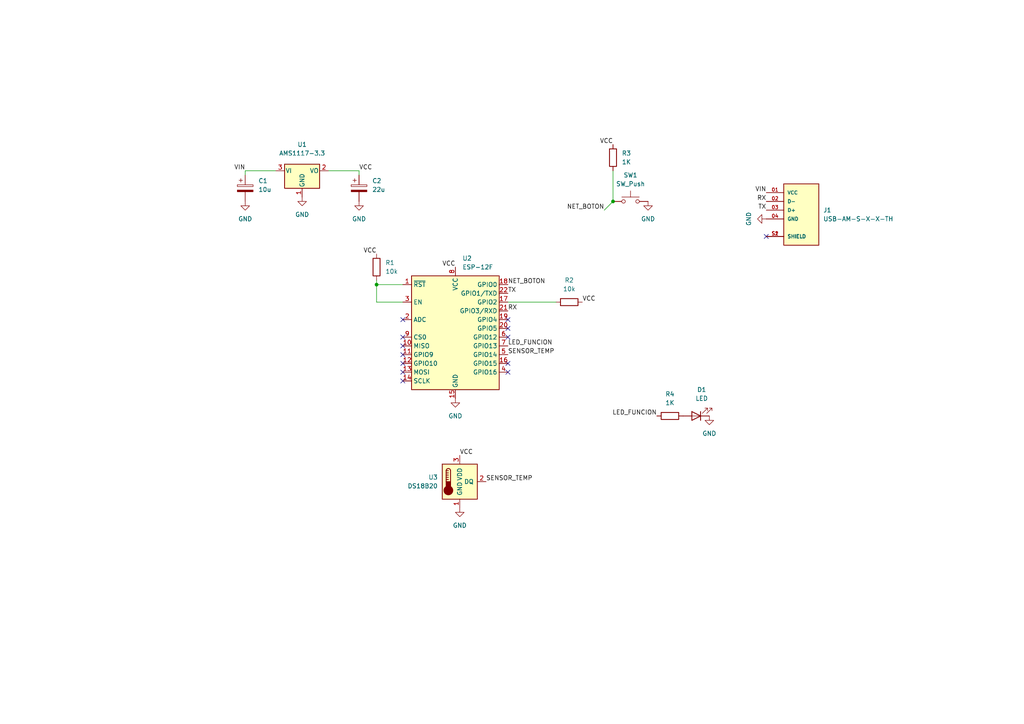
<source format=kicad_sch>
(kicad_sch (version 20211123) (generator eeschema)
  (paper "A4")
  (lib_symbols
    (symbol "Device:C_Polarized" (pin_numbers hide) (pin_names (offset 0.254))
      (property "Reference" "C" (at 0.635 2.54 0))
      (property "Value" "C_Polarized" (at 0.635 -2.54 0))
      (symbol "C_Polarized_0_1"
        (rectangle (start -2.286 0.508) (end 2.286 1.016))
        (polyline (pts (xy -1.778 2.286) (xy -0.762 2.286)))
        (polyline (pts (xy -1.27 2.794) (xy -1.27 1.778)))
        (rectangle (start 2.286 -0.508) (end -2.286 -1.016) (fill (type outline)))
      )
      (symbol "C_Polarized_1_1"
        (pin passive line (at 0 3.81 270) (length 2.794) (name "~") (number "1"))
        (pin passive line (at 0 -3.81 90) (length 2.794) (name "~") (number "2"))
      )
    )
    (symbol "Device:LED" (pin_numbers hide) (pin_names (offset 1.016) hide)
      (property "Reference" "D" (at 0 2.54 0))
      (property "Value" "LED" (at 0 -2.54 0))
      (symbol "LED_0_1"
        (polyline (pts (xy -1.27 -1.27) (xy -1.27 1.27)) (stroke (width 0.254)))
        (polyline (pts (xy -1.27 0) (xy 1.27 0)))
        (polyline (pts (xy 1.27 -1.27) (xy 1.27 1.27) (xy -1.27 0) (xy 1.27 -1.27)) (stroke (width 0.254)))
        (polyline (pts (xy -3.048 -0.762) (xy -4.572 -2.286) (xy -3.81 -2.286) (xy -4.572 -2.286) (xy -4.572 -1.524)))
        (polyline (pts (xy -1.778 -0.762) (xy -3.302 -2.286) (xy -2.54 -2.286) (xy -3.302 -2.286) (xy -3.302 -1.524)))
      )
      (symbol "LED_1_1"
        (pin passive line (at -3.81 0 0) (length 2.54) (name "K") (number "1"))
        (pin passive line (at 3.81 0 180) (length 2.54) (name "A") (number "2"))
      )
    )
    (symbol "Device:R" (pin_numbers hide) (pin_names (offset 0))
      (property "Reference" "R" (at 2.032 0 90))
      (property "Value" "R" (at 0 0 90))
      (symbol "R_0_1"
        (rectangle (start -1.016 -2.54) (end 1.016 2.54) (stroke (width 0.254)))
      )
      (symbol "R_1_1"
        (pin passive line (at 0 3.81 270) (length 1.27) (name "~") (number "1"))
        (pin passive line (at 0 -3.81 90) (length 1.27) (name "~") (number "2"))
      )
    )
    (symbol "RF_Module:ESP-12F"
      (property "Reference" "U" (at -12.7 19.05 0))
      (property "Value" "ESP-12F" (at 12.7 19.05 0))
      (symbol "ESP-12F_0_1"
        (rectangle (start -12.7 17.78) (end 12.7 -15.24) (stroke (width 0.254)) (fill (type background)))
      )
      (symbol "ESP-12F_1_1"
        (pin input line (at -15.24 15.24 0) (length 2.54) (name "~{RST}") (number "1"))
        (pin bidirectional line (at -15.24 -2.54 0) (length 2.54) (name "MISO") (number "10"))
        (pin bidirectional line (at -15.24 -5.08 0) (length 2.54) (name "GPIO9") (number "11"))
        (pin bidirectional line (at -15.24 -7.62 0) (length 2.54) (name "GPIO10") (number "12"))
        (pin bidirectional line (at -15.24 -10.16 0) (length 2.54) (name "MOSI") (number "13"))
        (pin bidirectional line (at -15.24 -12.7 0) (length 2.54) (name "SCLK") (number "14"))
        (pin power_in line (at 0 -17.78 90) (length 2.54) (name "GND") (number "15"))
        (pin bidirectional line (at 15.24 -7.62 180) (length 2.54) (name "GPIO15") (number "16"))
        (pin bidirectional line (at 15.24 10.16 180) (length 2.54) (name "GPIO2") (number "17"))
        (pin bidirectional line (at 15.24 15.24 180) (length 2.54) (name "GPIO0") (number "18"))
        (pin bidirectional line (at 15.24 5.08 180) (length 2.54) (name "GPIO4") (number "19"))
        (pin input line (at -15.24 5.08 0) (length 2.54) (name "ADC") (number "2"))
        (pin bidirectional line (at 15.24 2.54 180) (length 2.54) (name "GPIO5") (number "20"))
        (pin bidirectional line (at 15.24 7.62 180) (length 2.54) (name "GPIO3/RXD") (number "21"))
        (pin bidirectional line (at 15.24 12.7 180) (length 2.54) (name "GPIO1/TXD") (number "22"))
        (pin input line (at -15.24 10.16 0) (length 2.54) (name "EN") (number "3"))
        (pin bidirectional line (at 15.24 -10.16 180) (length 2.54) (name "GPIO16") (number "4"))
        (pin bidirectional line (at 15.24 -5.08 180) (length 2.54) (name "GPIO14") (number "5"))
        (pin bidirectional line (at 15.24 0 180) (length 2.54) (name "GPIO12") (number "6"))
        (pin bidirectional line (at 15.24 -2.54 180) (length 2.54) (name "GPIO13") (number "7"))
        (pin power_in line (at 0 20.32 270) (length 2.54) (name "VCC") (number "8"))
        (pin input line (at -15.24 0 0) (length 2.54) (name "CS0") (number "9"))
      )
    )
    (symbol "Regulator_Linear:AMS1117-3.3" (pin_names (offset 0.254))
      (property "Reference" "U" (at -3.81 3.175 0))
      (property "Value" "AMS1117-3.3" (at 0 3.175 0))
      (symbol "AMS1117-3.3_0_1"
        (rectangle (start -5.08 -5.08) (end 5.08 1.905) (stroke (width 0.254)) (fill (type background)))
      )
      (symbol "AMS1117-3.3_1_1"
        (pin power_in line (at 0 -7.62 90) (length 2.54) (name "GND") (number "1"))
        (pin power_out line (at 7.62 0 180) (length 2.54) (name "VO") (number "2"))
        (pin power_in line (at -7.62 0 0) (length 2.54) (name "VI") (number "3"))
      )
    )
    (symbol "Sensor_Temperature:DS18B20" (pin_names (offset 1.016))
      (property "Reference" "U" (at -3.81 6.35 0))
      (property "Value" "DS18B20" (at 6.35 6.35 0))
      (symbol "DS18B20_0_1"
        (rectangle (start -5.08 5.08) (end 5.08 -5.08) (stroke (width 0.254)) (fill (type background)))
        (circle (center -3.302 -2.54) (radius 1.27) (stroke (width 0.254)) (fill (type outline)))
        (rectangle (start -2.667 -1.905) (end -3.937 0) (stroke (width 0.254)) (fill (type outline)))
        (arc (start -2.667 3.175) (mid -3.302 3.81) (end -3.937 3.175) (stroke (width 0.254)))
        (polyline (pts (xy -3.937 0.635) (xy -3.302 0.635)) (stroke (width 0.254)))
        (polyline (pts (xy -3.937 1.27) (xy -3.302 1.27)) (stroke (width 0.254)))
        (polyline (pts (xy -3.937 1.905) (xy -3.302 1.905)) (stroke (width 0.254)))
        (polyline (pts (xy -3.937 2.54) (xy -3.302 2.54)) (stroke (width 0.254)))
        (polyline (pts (xy -3.937 3.175) (xy -3.937 0)) (stroke (width 0.254)))
        (polyline (pts (xy -3.937 3.175) (xy -3.302 3.175)) (stroke (width 0.254)))
        (polyline (pts (xy -2.667 3.175) (xy -2.667 0)) (stroke (width 0.254)))
      )
      (symbol "DS18B20_1_1"
        (pin power_in line (at 0 -7.62 90) (length 2.54) (name "GND") (number "1"))
        (pin bidirectional line (at 7.62 0 180) (length 2.54) (name "DQ") (number "2"))
        (pin power_in line (at 0 7.62 270) (length 2.54) (name "VDD") (number "3"))
      )
    )
    (symbol "Switch:SW_Push" (pin_numbers hide) (pin_names (offset 1.016) hide)
      (property "Reference" "SW" (at 1.27 2.54 0))
      (property "Value" "SW_Push" (at 0 -1.524 0))
      (symbol "SW_Push_0_1"
        (circle (center -2.032 0) (radius 0.508))
        (polyline (pts (xy 0 1.27) (xy 0 3.048)))
        (polyline (pts (xy 2.54 1.27) (xy -2.54 1.27)))
        (circle (center 2.032 0) (radius 0.508))
        (pin passive line (at -5.08 0 0) (length 2.54) (name "1") (number "1"))
        (pin passive line (at 5.08 0 180) (length 2.54) (name "2") (number "2"))
      )
    )
    (symbol "USB-AM-S-X-X-TH:USB-AM-S-X-X-TH" (pin_names (offset 1.016))
      (property "Reference" "J" (at -5.08 8.89 0))
      (property "Value" "USB-AM-S-X-X-TH" (at -5.08 -12.7 0))
      (symbol "USB-AM-S-X-X-TH_0_0"
        (rectangle (start -5.08 -10.16) (end 5.08 7.62) (stroke (width 0.254)) (fill (type background)))
        (pin power_in line (at -10.16 5.08 0) (length 5.08) (name "VCC") (number "01"))
        (pin bidirectional line (at -10.16 2.54 0) (length 5.08) (name "D-") (number "02"))
        (pin bidirectional line (at -10.16 0 0) (length 5.08) (name "D+") (number "03"))
        (pin power_in line (at -10.16 -2.54 0) (length 5.08) (name "GND") (number "04"))
        (pin passive line (at -10.16 -7.62 0) (length 5.08) (name "SHIELD") (number "S1"))
        (pin passive line (at -10.16 -7.62 0) (length 5.08) (name "SHIELD") (number "S2"))
      )
    )
    (symbol "power:GND" (power) (pin_names (offset 0))
      (property "Value" "GND" (at 0 -3.81 0))
      (symbol "GND_0_1"
        (polyline (pts (xy 0 0) (xy 0 -1.27) (xy 1.27 -1.27) (xy 0 -2.54) (xy -1.27 -1.27) (xy 0 -1.27)))
      )
      (symbol "GND_1_1"
        (pin power_in line (at 0 0 270) (length 0) hide (name "GND") (number "1"))
      )
    )
  )
  (junction (at 109.22 82.55))
  (junction (at 177.8 58.42))
  (no_connect (at 222.25 68.58))
  (no_connect (at 147.32 92.71))
  (no_connect (at 147.32 107.95))
  (no_connect (at 147.32 105.41))
  (no_connect (at 147.32 97.79))
  (no_connect (at 147.32 95.25))
  (no_connect (at 116.84 110.49))
  (no_connect (at 116.84 107.95))
  (no_connect (at 116.84 105.41))
  (no_connect (at 116.84 102.87))
  (no_connect (at 116.84 100.33))
  (no_connect (at 116.84 97.79))
  (no_connect (at 116.84 92.71))
  (wire (pts (xy 104.14 49.53) (xy 104.14 50.8)))
  (wire (pts (xy 116.84 87.63) (xy 109.22 87.63)))
  (wire (pts (xy 109.22 87.63) (xy 109.22 82.55)))
  (wire (pts (xy 147.32 87.63) (xy 161.29 87.63)))
  (wire (pts (xy 95.25 49.53) (xy 104.14 49.53)))
  (wire (pts (xy 177.8 49.53) (xy 177.8 58.42)))
  (wire (pts (xy 116.84 82.55) (xy 109.22 82.55)))
  (wire (pts (xy 109.22 82.55) (xy 109.22 81.28)))
  (wire (pts (xy 175.26 60.96) (xy 177.8 58.42)))
  (wire (pts (xy 71.12 49.53) (xy 71.12 50.8)))
  (wire (pts (xy 80.01 49.53) (xy 71.12 49.53)))
  (label "RX" (at 222.25 58.42 180))
  (label "LED_FUNCION" (at 190.5 120.65 180))
  (label "VCC" (at 132.08 77.47 180))
  (label "SENSOR_TEMP" (at 147.32 102.87 0))
  (label "VCC" (at 109.22 73.66 180))
  (label "NET_BOTON" (at 147.32 82.55 0))
  (label "RX" (at 147.32 90.17 0))
  (label "NET_BOTON" (at 175.26 60.96 180))
  (label "VCC" (at 168.91 87.63 0))
  (label "VCC" (at 133.35 132.08 0))
  (label "LED_FUNCION" (at 147.32 100.33 0))
  (label "TX" (at 222.25 60.96 180))
  (label "VCC" (at 177.8 41.91 180))
  (label "VIN" (at 222.25 55.88 180))
  (label "SENSOR_TEMP" (at 140.97 139.7 0))
  (label "VCC" (at 104.14 49.53 0))
  (label "TX" (at 147.32 85.09 0))
  (label "VIN" (at 71.12 49.53 180))
  (symbol (lib_id "Device:LED") (at 201.93 120.65 180) (unit 1)
    (property "Reference" "D1" (at 203.5175 113.03 0))
    (property "Value" "LED" (at 203.5175 115.57 0))
    (property "Footprint" "LED_SMD:LED_0603_1608Metric" (effects hide))
  )
  (symbol (lib_id "Regulator_Linear:AMS1117-3.3") (at 87.63 49.53 0) (unit 1)
    (property "Reference" "U1" (at 87.63 41.91 0))
    (property "Value" "AMS1117-3.3" (at 87.63 44.45 0))
    (property "Footprint" "Package_TO_SOT_SMD:SOT-223-3_TabPin2" (effects hide))
    (property "Datasheet" "http://www.advanced-monolithic.com/pdf/ds1117.pdf" (effects hide))
  )
  (symbol (lib_id "Device:R") (at 165.1 87.63 90) (unit 1)
    (property "Reference" "R2" (at 165.1 81.28 90))
    (property "Value" "10k" (at 165.1 83.82 90))
    (property "Footprint" "Resistor_SMD:R_0603_1608Metric" (effects hide))
  )
  (symbol (lib_id "Device:R") (at 109.22 77.47 180) (unit 1)
    (property "Reference" "R1" (at 111.76 76.1999 0) (effects (justify right)))
    (property "Value" "10k" (at 111.76 78.7399 0) (effects (justify right)))
    (property "Footprint" "Resistor_SMD:R_0603_1608Metric" (effects hide))
  )
  (symbol (lib_id "USB-AM-S-X-X-TH:USB-AM-S-X-X-TH") (at 232.41 60.96 0) (unit 1)
    (property "Reference" "J1" (at 238.76 60.9599 0) (effects (justify left)))
    (property "Value" "USB-AM-S-X-X-TH" (at 238.76 63.4999 0) (effects (justify left)))
    (property "Footprint" "conector_usb:SAMTEC_USB-AM-S-X-X-TH" (effects hide))
    (property "STANDARD" "Manufacturer Recommendations" (effects hide))
    (property "MAXIMUM_PACKAGE_HEIGHT" "4.6 mm" (effects hide))
    (property "MANUFACTURER" "Samtec" (effects hide))
    (property "PARTREV" "U" (effects hide))
  )
  (symbol (lib_id "power:GND") (at 71.12 58.42 0) (unit 1)
    (property "Reference" "#PWR01" (effects hide))
    (property "Value" "GND" (at 71.12 63.5 0))
  )
  (symbol (lib_id "power:GND") (at 205.74 120.65 0) (unit 1)
    (property "Reference" "#PWR07" (effects hide))
    (property "Value" "GND" (at 205.74 125.73 0))
  )
  (symbol (lib_id "power:GND") (at 222.25 63.5 270) (unit 1)
    (property "Reference" "#PWR08" (effects hide))
    (property "Value" "GND" (at 217.17 63.5 0))
  )
  (symbol (lib_id "Device:R") (at 194.31 120.65 90) (unit 1)
    (property "Reference" "R4" (at 194.31 114.3 90))
    (property "Value" "1K" (at 194.31 116.84 90))
    (property "Footprint" "Resistor_SMD:R_0603_1608Metric" (effects hide))
  )
  (symbol (lib_id "power:GND") (at 187.96 58.42 0) (unit 1)
    (property "Reference" "#PWR06" (effects hide))
    (property "Value" "GND" (at 187.96 63.5 0))
  )
  (symbol (lib_id "power:GND") (at 133.35 147.32 0) (unit 1)
    (property "Reference" "#PWR05" (effects hide))
    (property "Value" "GND" (at 133.35 152.4 0))
  )
  (symbol (lib_id "power:GND") (at 104.14 58.42 0) (unit 1)
    (property "Reference" "#PWR03" (effects hide))
    (property "Value" "GND" (at 104.14 63.5 0))
  )
  (symbol (lib_id "Sensor_Temperature:DS18B20") (at 133.35 139.7 0) (unit 1)
    (property "Reference" "U3" (at 127 138.4299 0) (effects (justify right)))
    (property "Value" "DS18B20" (at 127 140.9699 0) (effects (justify right)))
    (property "Footprint" "Package_TO_SOT_THT:TO-92_Inline" (effects hide))
    (property "Datasheet" "http://datasheets.maximintegrated.com/en/ds/DS18B20.pdf" (effects hide))
  )
  (symbol (lib_id "Device:C_Polarized") (at 104.14 54.61 0) (unit 1)
    (property "Reference" "C2" (at 107.95 52.4509 0) (effects (justify left)))
    (property "Value" "22u" (at 107.95 54.9909 0) (effects (justify left)))
    (property "Footprint" "Capacitor_SMD:C_0603_1608Metric" (effects hide))
  )
  (symbol (lib_id "power:GND") (at 132.08 115.57 0) (unit 1)
    (property "Reference" "#PWR04" (effects hide))
    (property "Value" "GND" (at 132.08 120.65 0))
  )
  (symbol (lib_id "Device:R") (at 177.8 45.72 0) (unit 1)
    (property "Reference" "R3" (at 180.34 44.4499 0) (effects (justify left)))
    (property "Value" "1K" (at 180.34 46.9899 0) (effects (justify left)))
    (property "Footprint" "Resistor_SMD:R_0603_1608Metric" (effects hide))
  )
  (symbol (lib_id "Switch:SW_Push") (at 182.88 58.42 0) (unit 1)
    (property "Reference" "SW1" (at 182.88 50.8 0))
    (property "Value" "SW_Push" (at 182.88 53.34 0))
    (property "Footprint" "Button_Switch_SMD:SW_SPST_SKQG_WithStem" (effects hide))
  )
  (symbol (lib_id "Device:C_Polarized") (at 71.12 54.61 0) (unit 1)
    (property "Reference" "C1" (at 74.93 52.4509 0) (effects (justify left)))
    (property "Value" "10u" (at 74.93 54.9909 0) (effects (justify left)))
    (property "Footprint" "Capacitor_SMD:C_0603_1608Metric" (effects hide))
  )
  (symbol (lib_id "power:GND") (at 87.63 57.15 0) (unit 1)
    (property "Reference" "#PWR02" (effects hide))
    (property "Value" "GND" (at 87.63 62.23 0))
  )
  (symbol (lib_id "RF_Module:ESP-12F") (at 132.08 97.79 0) (unit 1)
    (property "Reference" "U2" (at 134.0994 74.93 0) (effects (justify left)))
    (property "Value" "ESP-12F" (at 134.0994 77.47 0) (effects (justify left)))
    (property "Footprint" "RF_Module:ESP-12E" (effects hide))
    (property "Datasheet" "http://wiki.ai-thinker.com/_media/esp8266/esp8266_series_modules_user_manual_v1.1.pdf" (effects hide))
  )
)
</source>
